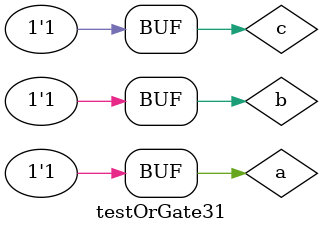
<source format=v>


module orGate21(output s, input p, input q);
	assign s = p | q;
endmodule

// ---------------------------------------------------------------
// -- orGate31
// ---------------------------------------------------------------

module orGate31(output s, input a, input b, input c);
	wire s1;
	
	orGate21 M21(s1, a, b);
	orGate21 M22(s, s1, c);
	
endmodule


// ---------------------------------------------------------------
// -- Teste orGate31
// ---------------------------------------------------------------

module testOrGate31;
// -------------------------------------------------- dados locais
	reg a, b, c;
	wire s;

// ----------------------------------------------------- instancia
	orGate31 M31(s, a , b, c);
	
// ---------------------------------------------------- preparacao
	initial begin: start
		a = 0;
		b = 0;
		c = 0;
	end
// ----------------------------------------------- parte principal
	initial begin
		$display("Exemplo0015 - Sad - 440265");
		$display("Teste OR gate com 3 entradas");
		$display("\na | b | c = s\n");
		$monitor("%b | %b | %b = %b", a , b, c, s);
		
		#1
		a = 0; b = 0; c = 0;
		#1
		a = 0; b = 0; c = 1;
		#1
		a = 0; b = 1; c = 0;
		#1
		a = 0; b = 1; c = 1;
		#1
		a = 1; b = 0; c = 0;
		#1
		a = 1; b = 0; c = 1;
		#1
		a = 1; b = 1; c = 0;
		#1
		a = 1; b = 1; c = 1;				
	end		
endmodule // -- testOrGateModule31
</source>
